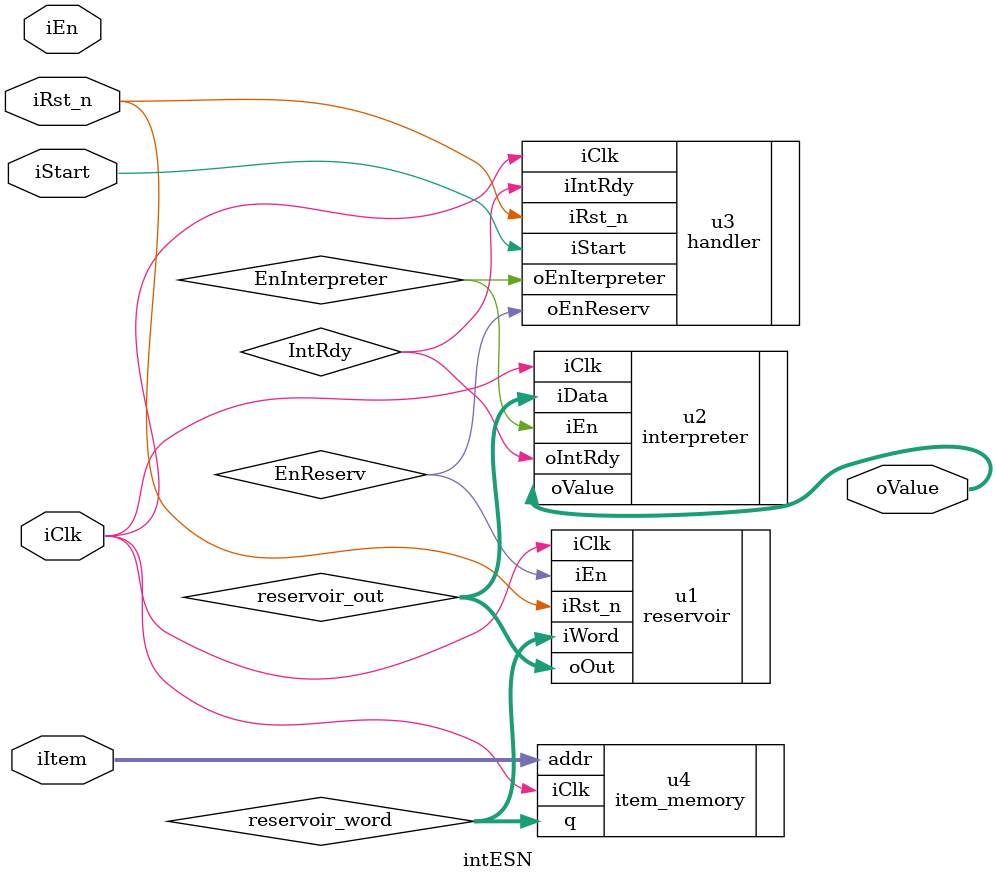
<source format=v>
module intESN(
iClk,
iItem,
iEn,
iRst_n,
iStart,
oValue
);

parameter 		reservoir_size = 4;
parameter 		data_width = 3;
parameter 		weight_size = 16;
parameter 		idata_demention = 2;
parameter 		layer = 1;

input iClk;
input iEn;
input [idata_demention-1:0]iItem;
input iRst_n;
input iStart;
output [(data_width+weight_size+layer)*2:0] oValue;


wire [reservoir_size-1:0]reservoir_word;
wire [data_width*reservoir_size-1:0] reservoir_out;
wire EnInterpreter;
wire EnReserv;
wire IntRdy;
reservoir #(.reservoir_size(reservoir_size),.data_width(data_width)) u1(
	.iClk(iClk),
	.iWord(reservoir_word),
	.iRst_n(iRst_n),
	//.iY(iItem),
	.oOut(reservoir_out),
	.iEn(EnReserv)
);

interpreter 
#(.reservoir_size(reservoir_size),
.data_width(data_width),
.weight_size(weight_size),
.layer(layer)) u2(
	.iClk(iClk),
	.iEn(EnInterpreter),
	.iData(reservoir_out),
	.oIntRdy(IntRdy),
	.oValue(oValue)
);

handler u3(
	.iClk(iClk),
	.iStart(iStart),
	.iRst_n(iRst_n),
	.iIntRdy(IntRdy),
	.oEnReserv(EnReserv),
	.oEnIterpreter(EnInterpreter)
);
item_memory #(.DATA_WIDTH(reservoir_size),.ADDR_WIDTH(idata_demention))u4(
	.iClk(iClk),
	.addr(iItem),
	.q(reservoir_word)
);
endmodule
</source>
